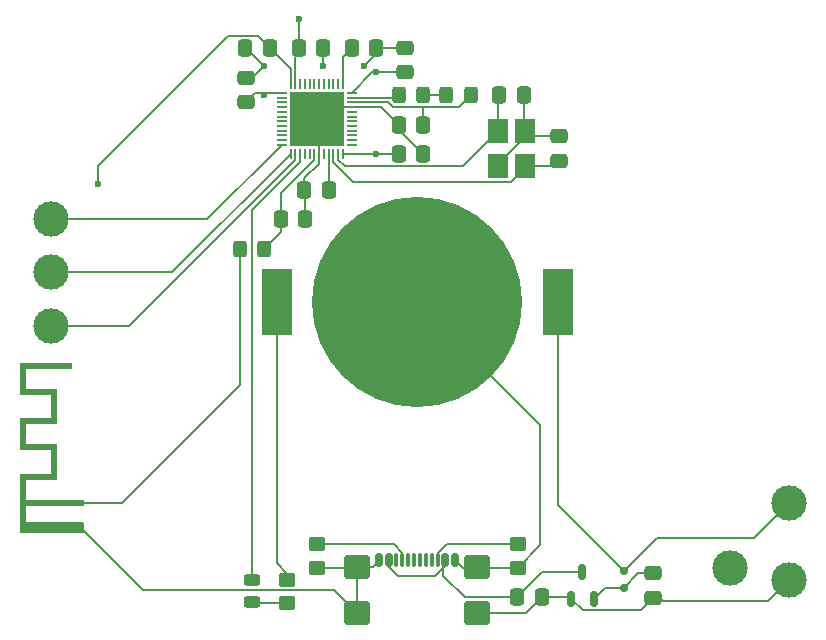
<source format=gbr>
%TF.GenerationSoftware,KiCad,Pcbnew,8.0.3-8.0.3-0~ubuntu24.04.1*%
%TF.CreationDate,2024-06-13T21:29:57+05:00*%
%TF.ProjectId,solartap_mcu,736f6c61-7274-4617-905f-6d63752e6b69,rev?*%
%TF.SameCoordinates,Original*%
%TF.FileFunction,Copper,L1,Top*%
%TF.FilePolarity,Positive*%
%FSLAX46Y46*%
G04 Gerber Fmt 4.6, Leading zero omitted, Abs format (unit mm)*
G04 Created by KiCad (PCBNEW 8.0.3-8.0.3-0~ubuntu24.04.1) date 2024-06-13 21:29:57*
%MOMM*%
%LPD*%
G01*
G04 APERTURE LIST*
G04 Aperture macros list*
%AMRoundRect*
0 Rectangle with rounded corners*
0 $1 Rounding radius*
0 $2 $3 $4 $5 $6 $7 $8 $9 X,Y pos of 4 corners*
0 Add a 4 corners polygon primitive as box body*
4,1,4,$2,$3,$4,$5,$6,$7,$8,$9,$2,$3,0*
0 Add four circle primitives for the rounded corners*
1,1,$1+$1,$2,$3*
1,1,$1+$1,$4,$5*
1,1,$1+$1,$6,$7*
1,1,$1+$1,$8,$9*
0 Add four rect primitives between the rounded corners*
20,1,$1+$1,$2,$3,$4,$5,0*
20,1,$1+$1,$4,$5,$6,$7,0*
20,1,$1+$1,$6,$7,$8,$9,0*
20,1,$1+$1,$8,$9,$2,$3,0*%
G04 Aperture macros list end*
%TA.AperFunction,EtchedComponent*%
%ADD10C,0.000000*%
%TD*%
%TA.AperFunction,SMDPad,CuDef*%
%ADD11C,3.000000*%
%TD*%
%TA.AperFunction,SMDPad,CuDef*%
%ADD12RoundRect,0.150000X0.200000X-0.150000X0.200000X0.150000X-0.200000X0.150000X-0.200000X-0.150000X0*%
%TD*%
%TA.AperFunction,SMDPad,CuDef*%
%ADD13R,1.800000X2.100000*%
%TD*%
%TA.AperFunction,SMDPad,CuDef*%
%ADD14RoundRect,0.250000X0.475000X-0.337500X0.475000X0.337500X-0.475000X0.337500X-0.475000X-0.337500X0*%
%TD*%
%TA.AperFunction,SMDPad,CuDef*%
%ADD15RoundRect,0.250000X0.337500X0.475000X-0.337500X0.475000X-0.337500X-0.475000X0.337500X-0.475000X0*%
%TD*%
%TA.AperFunction,SMDPad,CuDef*%
%ADD16RoundRect,0.250000X0.325000X0.450000X-0.325000X0.450000X-0.325000X-0.450000X0.325000X-0.450000X0*%
%TD*%
%TA.AperFunction,SMDPad,CuDef*%
%ADD17RoundRect,0.250000X-0.337500X-0.475000X0.337500X-0.475000X0.337500X0.475000X-0.337500X0.475000X0*%
%TD*%
%TA.AperFunction,SMDPad,CuDef*%
%ADD18RoundRect,0.250000X-0.475000X0.337500X-0.475000X-0.337500X0.475000X-0.337500X0.475000X0.337500X0*%
%TD*%
%TA.AperFunction,SMDPad,CuDef*%
%ADD19R,2.600000X5.560000*%
%TD*%
%TA.AperFunction,SMDPad,CuDef*%
%ADD20C,17.800000*%
%TD*%
%TA.AperFunction,SMDPad,CuDef*%
%ADD21RoundRect,0.250000X0.450000X-0.350000X0.450000X0.350000X-0.450000X0.350000X-0.450000X-0.350000X0*%
%TD*%
%TA.AperFunction,SMDPad,CuDef*%
%ADD22RoundRect,0.250000X-0.840000X-0.750000X0.840000X-0.750000X0.840000X0.750000X-0.840000X0.750000X0*%
%TD*%
%TA.AperFunction,SMDPad,CuDef*%
%ADD23RoundRect,0.150000X-0.150000X-0.425000X0.150000X-0.425000X0.150000X0.425000X-0.150000X0.425000X0*%
%TD*%
%TA.AperFunction,SMDPad,CuDef*%
%ADD24RoundRect,0.075000X-0.075000X-0.500000X0.075000X-0.500000X0.075000X0.500000X-0.075000X0.500000X0*%
%TD*%
%TA.AperFunction,SMDPad,CuDef*%
%ADD25RoundRect,0.243750X-0.456250X0.243750X-0.456250X-0.243750X0.456250X-0.243750X0.456250X0.243750X0*%
%TD*%
%TA.AperFunction,ComponentPad*%
%ADD26R,0.500000X0.900000*%
%TD*%
%TA.AperFunction,ConnectorPad*%
%ADD27R,0.500000X0.500000*%
%TD*%
%TA.AperFunction,SMDPad,CuDef*%
%ADD28RoundRect,0.050000X-0.050000X0.350000X-0.050000X-0.350000X0.050000X-0.350000X0.050000X0.350000X0*%
%TD*%
%TA.AperFunction,SMDPad,CuDef*%
%ADD29RoundRect,0.050000X-0.350000X0.050000X-0.350000X-0.050000X0.350000X-0.050000X0.350000X0.050000X0*%
%TD*%
%TA.AperFunction,HeatsinkPad*%
%ADD30R,4.600000X4.600000*%
%TD*%
%TA.AperFunction,SMDPad,CuDef*%
%ADD31RoundRect,0.250000X-0.325000X-0.450000X0.325000X-0.450000X0.325000X0.450000X-0.325000X0.450000X0*%
%TD*%
%TA.AperFunction,SMDPad,CuDef*%
%ADD32RoundRect,0.150000X0.150000X-0.512500X0.150000X0.512500X-0.150000X0.512500X-0.150000X-0.512500X0*%
%TD*%
%TA.AperFunction,SMDPad,CuDef*%
%ADD33RoundRect,0.250000X-0.450000X0.350000X-0.450000X-0.350000X0.450000X-0.350000X0.450000X0.350000X0*%
%TD*%
%TA.AperFunction,ViaPad*%
%ADD34C,0.600000*%
%TD*%
%TA.AperFunction,Conductor*%
%ADD35C,0.200000*%
%TD*%
G04 APERTURE END LIST*
D10*
%TA.AperFunction,EtchedComponent*%
%TO.C,AE1*%
G36*
X65790000Y-88150000D02*
G01*
X61850000Y-88150000D01*
X61850000Y-89850000D01*
X64490000Y-89850000D01*
X64490000Y-92850000D01*
X61850000Y-92850000D01*
X61850000Y-94550000D01*
X64490000Y-94550000D01*
X64490000Y-97550000D01*
X61850000Y-97550000D01*
X61850000Y-99250000D01*
X66750000Y-99250000D01*
X66750000Y-99750000D01*
X61850000Y-99750000D01*
X61850000Y-101150000D01*
X66750000Y-101150000D01*
X66750000Y-102050000D01*
X66506785Y-102050000D01*
X61350000Y-102050000D01*
X61350000Y-101607267D01*
X66352018Y-101607267D01*
X66359908Y-101655353D01*
X66376814Y-101688245D01*
X66413584Y-101723185D01*
X66458378Y-101742847D01*
X66506785Y-101747583D01*
X66554395Y-101737742D01*
X66596797Y-101713674D01*
X66629581Y-101675731D01*
X66633935Y-101667819D01*
X66646043Y-101625156D01*
X66645300Y-101576637D01*
X66632400Y-101531122D01*
X66621787Y-101512511D01*
X66586553Y-101478868D01*
X66541368Y-101458309D01*
X66491842Y-101451778D01*
X66443583Y-101460218D01*
X66411357Y-101477112D01*
X66378687Y-101512372D01*
X66358592Y-101557682D01*
X66352018Y-101607267D01*
X61350000Y-101607267D01*
X61350000Y-97050000D01*
X63990000Y-97050000D01*
X63990000Y-95050000D01*
X61350000Y-95050000D01*
X61350000Y-92350000D01*
X63990000Y-92350000D01*
X63990000Y-90350000D01*
X61350000Y-90350000D01*
X61350000Y-87650000D01*
X65790000Y-87650000D01*
X65790000Y-88150000D01*
G37*
%TD.AperFunction*%
%TD*%
D11*
%TO.P,TP6,1,1*%
%TO.N,GND*%
X126500000Y-106000000D03*
%TD*%
%TO.P,TP5,1,1*%
%TO.N,+3.3V*%
X126500000Y-99500000D03*
%TD*%
%TO.P,TP4,1,1*%
%TO.N,Net-(U2-IN)*%
X121500000Y-105000000D03*
%TD*%
D12*
%TO.P,D2,2,A*%
%TO.N,Net-(D2-A)*%
X112500000Y-106700000D03*
%TO.P,D2,1,K*%
%TO.N,+3.3V*%
X112500000Y-105300000D03*
%TD*%
D13*
%TO.P,Y1,1,1*%
%TO.N,Net-(U1-XC1)*%
X104150000Y-70950000D03*
%TO.P,Y1,2,2*%
%TO.N,GND*%
X104150000Y-68050000D03*
%TO.P,Y1,3,3*%
%TO.N,Net-(U1-XC2)*%
X101850000Y-68050000D03*
%TO.P,Y1,4,4*%
%TO.N,GND*%
X101850000Y-70950000D03*
%TD*%
D11*
%TO.P,TP1,1,1*%
%TO.N,Net-(U1-P0.21{slash}~{RESET})*%
X64000000Y-75500000D03*
%TD*%
D14*
%TO.P,C5,1*%
%TO.N,+3.3V*%
X94000000Y-63037500D03*
%TO.P,C5,2*%
%TO.N,GND*%
X94000000Y-60962500D03*
%TD*%
%TO.P,C4,1*%
%TO.N,+3.3V*%
X80500000Y-65567500D03*
%TO.P,C4,2*%
%TO.N,GND*%
X80500000Y-63492500D03*
%TD*%
D15*
%TO.P,C9,2*%
%TO.N,Net-(U1-ANT)*%
X83462500Y-75500000D03*
%TO.P,C9,1*%
%TO.N,GND*%
X85537500Y-75500000D03*
%TD*%
%TO.P,C3,1*%
%TO.N,Net-(U1-DEC4)*%
X95537500Y-67500000D03*
%TO.P,C3,2*%
%TO.N,GND*%
X93462500Y-67500000D03*
%TD*%
D14*
%TO.P,C7,1*%
%TO.N,Net-(U1-XC1)*%
X107000000Y-70537500D03*
%TO.P,C7,2*%
%TO.N,GND*%
X107000000Y-68462500D03*
%TD*%
D16*
%TO.P,L1,1*%
%TO.N,Net-(L1-Pad1)*%
X95525000Y-65000000D03*
%TO.P,L1,2*%
%TO.N,Net-(U1-DCC)*%
X93475000Y-65000000D03*
%TD*%
D11*
%TO.P,TP2,1,1*%
%TO.N,Net-(U1-SWDCLK)*%
X64000000Y-80000000D03*
%TD*%
D17*
%TO.P,C12,2*%
%TO.N,GND*%
X105537500Y-107500000D03*
%TO.P,C12,1*%
%TO.N,Net-(U2-IN)*%
X103462500Y-107500000D03*
%TD*%
D11*
%TO.P,TP3,1,1*%
%TO.N,Net-(U1-SWDIO)*%
X64000000Y-84500000D03*
%TD*%
D18*
%TO.P,C13,2*%
%TO.N,GND*%
X115000000Y-107537500D03*
%TO.P,C13,1*%
%TO.N,Net-(D2-A)*%
X115000000Y-105462500D03*
%TD*%
D19*
%TO.P,BT1,1,+*%
%TO.N,+3.3V*%
X83095000Y-82500000D03*
X106905000Y-82500000D03*
D20*
%TO.P,BT1,2,-*%
%TO.N,GND*%
X95000000Y-82500000D03*
%TD*%
D16*
%TO.P,L2,1*%
%TO.N,Net-(U1-DEC4)*%
X99525000Y-65000000D03*
%TO.P,L2,2*%
%TO.N,Net-(L1-Pad1)*%
X97475000Y-65000000D03*
%TD*%
D21*
%TO.P,R1,1*%
%TO.N,Net-(D1-A)*%
X84000000Y-108000000D03*
%TO.P,R1,2*%
%TO.N,+3.3V*%
X84000000Y-106000000D03*
%TD*%
D17*
%TO.P,C10,1*%
%TO.N,GND*%
X80462500Y-61030000D03*
%TO.P,C10,2*%
%TO.N,Net-(U1-NFC1{slash}P0.09)*%
X82537500Y-61030000D03*
%TD*%
%TO.P,C11,1*%
%TO.N,Net-(U1-NFC1{slash}P0.09)*%
X84962500Y-61030000D03*
%TO.P,C11,2*%
%TO.N,GND*%
X87037500Y-61030000D03*
%TD*%
D22*
%TO.P,J1,S1,SHIELD*%
%TO.N,GND*%
X100110000Y-108825000D03*
X100110000Y-104895000D03*
X89890000Y-108825000D03*
X89890000Y-104895000D03*
D23*
%TO.P,J1,B12,GND*%
X91800000Y-104320000D03*
%TO.P,J1,B9,VBUS*%
%TO.N,Net-(U2-IN)*%
X92600000Y-104320000D03*
D24*
%TO.P,J1,B8,SBU2*%
%TO.N,unconnected-(J1-SBU2-PadB8)*%
X93250000Y-104320000D03*
%TO.P,J1,B7,D-*%
%TO.N,unconnected-(J1-D--PadB7)*%
X94250000Y-104320000D03*
%TO.P,J1,B6,D+*%
%TO.N,unconnected-(J1-D+-PadB6)*%
X95750000Y-104320000D03*
%TO.P,J1,B5,CC2*%
%TO.N,Net-(J1-CC2)*%
X96750000Y-104320000D03*
D23*
%TO.P,J1,B4,VBUS*%
%TO.N,Net-(U2-IN)*%
X97400000Y-104320000D03*
%TO.P,J1,B1,GND*%
%TO.N,GND*%
X98200000Y-104320000D03*
%TO.P,J1,A12,GND*%
X98200000Y-104320000D03*
%TO.P,J1,A9,VBUS*%
%TO.N,Net-(U2-IN)*%
X97400000Y-104320000D03*
D24*
%TO.P,J1,A8,SBU1*%
%TO.N,unconnected-(J1-SBU1-PadA8)*%
X96250000Y-104320000D03*
%TO.P,J1,A7,D-*%
%TO.N,unconnected-(J1-D--PadA7)*%
X95250000Y-104320000D03*
%TO.P,J1,A6,D+*%
%TO.N,unconnected-(J1-D+-PadA6)*%
X94750000Y-104320000D03*
%TO.P,J1,A5,CC1*%
%TO.N,Net-(J1-CC1)*%
X93750000Y-104320000D03*
D23*
%TO.P,J1,A4,VBUS*%
%TO.N,Net-(U2-IN)*%
X92600000Y-104320000D03*
%TO.P,J1,A1,GND*%
%TO.N,GND*%
X91800000Y-104320000D03*
%TD*%
D25*
%TO.P,D1,1,K*%
%TO.N,Net-(D1-K)*%
X81000000Y-106062500D03*
%TO.P,D1,2,A*%
%TO.N,Net-(D1-A)*%
X81000000Y-107937500D03*
%TD*%
D26*
%TO.P,AE1,2*%
%TO.N,N/C*%
X66500000Y-101600000D03*
D27*
%TO.P,AE1,1,A*%
%TO.N,Net-(AE1-A)*%
X66500000Y-99500000D03*
%TD*%
D28*
%TO.P,U1,1,DEC1*%
%TO.N,Net-(U1-DEC1)*%
X88700000Y-64050000D03*
%TO.P,U1,2,P0.00/XL1*%
%TO.N,unconnected-(U1-P0.00{slash}XL1-Pad2)*%
X88300000Y-64050000D03*
%TO.P,U1,3,P0.01/XL2*%
%TO.N,unconnected-(U1-P0.01{slash}XL2-Pad3)*%
X87900000Y-64050000D03*
%TO.P,U1,4,P0.02/AIN0*%
%TO.N,unconnected-(U1-P0.02{slash}AIN0-Pad4)*%
X87500000Y-64050000D03*
%TO.P,U1,5,P0.03/AIN1*%
%TO.N,unconnected-(U1-P0.03{slash}AIN1-Pad5)*%
X87100000Y-64050000D03*
%TO.P,U1,6,P0.04/AIN2*%
%TO.N,unconnected-(U1-P0.04{slash}AIN2-Pad6)*%
X86700000Y-64050000D03*
%TO.P,U1,7,P0.05/AIN3*%
%TO.N,unconnected-(U1-P0.05{slash}AIN3-Pad7)*%
X86300000Y-64050000D03*
%TO.P,U1,8,P0.06*%
%TO.N,unconnected-(U1-P0.06-Pad8)*%
X85900000Y-64050000D03*
%TO.P,U1,9,P0.07*%
%TO.N,unconnected-(U1-P0.07-Pad9)*%
X85500000Y-64050000D03*
%TO.P,U1,10,P0.08*%
%TO.N,unconnected-(U1-P0.08-Pad10)*%
X85100000Y-64050000D03*
%TO.P,U1,11,NFC1/P0.09*%
%TO.N,Net-(U1-NFC1{slash}P0.09)*%
X84700000Y-64050000D03*
%TO.P,U1,12,NFC2/P0.10*%
X84300000Y-64050000D03*
D29*
%TO.P,U1,13,VDD*%
%TO.N,+3.3V*%
X83550000Y-64800000D03*
%TO.P,U1,14,P0.11*%
%TO.N,unconnected-(U1-P0.11-Pad14)*%
X83550000Y-65200000D03*
%TO.P,U1,15,P0.12*%
%TO.N,unconnected-(U1-P0.12-Pad15)*%
X83550000Y-65600000D03*
%TO.P,U1,16,P0.13*%
%TO.N,unconnected-(U1-P0.13-Pad16)*%
X83550000Y-66000000D03*
%TO.P,U1,17,P0.14*%
%TO.N,unconnected-(U1-P0.14-Pad17)*%
X83550000Y-66400000D03*
%TO.P,U1,18,P0.15*%
%TO.N,unconnected-(U1-P0.15-Pad18)*%
X83550000Y-66800000D03*
%TO.P,U1,19,P0.16*%
%TO.N,unconnected-(U1-P0.16-Pad19)*%
X83550000Y-67200000D03*
%TO.P,U1,20,P0.17*%
%TO.N,unconnected-(U1-P0.17-Pad20)*%
X83550000Y-67600000D03*
%TO.P,U1,21,P0.18/SWO*%
%TO.N,unconnected-(U1-P0.18{slash}SWO-Pad21)*%
X83550000Y-68000000D03*
%TO.P,U1,22,P0.19*%
%TO.N,unconnected-(U1-P0.19-Pad22)*%
X83550000Y-68400000D03*
%TO.P,U1,23,P0.20*%
%TO.N,unconnected-(U1-P0.20-Pad23)*%
X83550000Y-68800000D03*
%TO.P,U1,24,P0.21/~{RESET}*%
%TO.N,Net-(U1-P0.21{slash}~{RESET})*%
X83550000Y-69200000D03*
D28*
%TO.P,U1,25,SWDCLK*%
%TO.N,Net-(U1-SWDCLK)*%
X84300000Y-69950000D03*
%TO.P,U1,26,SWDIO*%
%TO.N,Net-(U1-SWDIO)*%
X84700000Y-69950000D03*
%TO.P,U1,27,P0.22*%
%TO.N,Net-(D1-K)*%
X85100000Y-69950000D03*
%TO.P,U1,28,P0.23*%
%TO.N,unconnected-(U1-P0.23-Pad28)*%
X85500000Y-69950000D03*
%TO.P,U1,29,P0.24*%
%TO.N,unconnected-(U1-P0.24-Pad29)*%
X85900000Y-69950000D03*
%TO.P,U1,30,ANT*%
%TO.N,Net-(U1-ANT)*%
X86300000Y-69950000D03*
%TO.P,U1,31,VSS*%
%TO.N,GND*%
X86700000Y-69950000D03*
%TO.P,U1,32,DEC2*%
%TO.N,unconnected-(U1-DEC2-Pad32)*%
X87100000Y-69950000D03*
%TO.P,U1,33,DEC3*%
%TO.N,Net-(U1-DEC3)*%
X87500000Y-69950000D03*
%TO.P,U1,34,XC1*%
%TO.N,Net-(U1-XC1)*%
X87900000Y-69950000D03*
%TO.P,U1,35,XC2*%
%TO.N,Net-(U1-XC2)*%
X88300000Y-69950000D03*
%TO.P,U1,36,VDD*%
%TO.N,+3.3V*%
X88700000Y-69950000D03*
D29*
%TO.P,U1,37,P0.25*%
%TO.N,unconnected-(U1-P0.25-Pad37)*%
X89450000Y-69200000D03*
%TO.P,U1,38,P0.26*%
%TO.N,unconnected-(U1-P0.26-Pad38)*%
X89450000Y-68800000D03*
%TO.P,U1,39,P0.27*%
%TO.N,unconnected-(U1-P0.27-Pad39)*%
X89450000Y-68400000D03*
%TO.P,U1,40,P0.28/AIN4*%
%TO.N,unconnected-(U1-P0.28{slash}AIN4-Pad40)*%
X89450000Y-68000000D03*
%TO.P,U1,41,P0.29/AIN5*%
%TO.N,unconnected-(U1-P0.29{slash}AIN5-Pad41)*%
X89450000Y-67600000D03*
%TO.P,U1,42,P0.30/AIN6*%
%TO.N,unconnected-(U1-P0.30{slash}AIN6-Pad42)*%
X89450000Y-67200000D03*
%TO.P,U1,43,P0.31/AIN7*%
%TO.N,unconnected-(U1-P0.31{slash}AIN7-Pad43)*%
X89450000Y-66800000D03*
%TO.P,U1,44,NC*%
%TO.N,unconnected-(U1-NC-Pad44)*%
X89450000Y-66400000D03*
%TO.P,U1,45,VSS*%
%TO.N,GND*%
X89450000Y-66000000D03*
%TO.P,U1,46,DEC4*%
%TO.N,Net-(U1-DEC4)*%
X89450000Y-65600000D03*
%TO.P,U1,47,DCC*%
%TO.N,Net-(U1-DCC)*%
X89450000Y-65200000D03*
%TO.P,U1,48,VDD*%
%TO.N,+3.3V*%
X89450000Y-64800000D03*
D30*
%TO.P,U1,49,VSS*%
%TO.N,GND*%
X86500000Y-67000000D03*
%TD*%
D31*
%TO.P,L3,2*%
%TO.N,Net-(U1-ANT)*%
X82025000Y-78000000D03*
%TO.P,L3,1*%
%TO.N,Net-(AE1-A)*%
X79975000Y-78000000D03*
%TD*%
D17*
%TO.P,C8,1*%
%TO.N,Net-(U1-XC2)*%
X101962500Y-65000000D03*
%TO.P,C8,2*%
%TO.N,GND*%
X104037500Y-65000000D03*
%TD*%
%TO.P,C6,1*%
%TO.N,+3.3V*%
X93462500Y-70000000D03*
%TO.P,C6,2*%
%TO.N,GND*%
X95537500Y-70000000D03*
%TD*%
D15*
%TO.P,C2,1*%
%TO.N,Net-(U1-DEC3)*%
X87537500Y-73000000D03*
%TO.P,C2,2*%
%TO.N,GND*%
X85462500Y-73000000D03*
%TD*%
D21*
%TO.P,R2,2*%
%TO.N,Net-(J1-CC1)*%
X86500000Y-103000000D03*
%TO.P,R2,1*%
%TO.N,GND*%
X86500000Y-105000000D03*
%TD*%
D32*
%TO.P,U2,3,IN*%
%TO.N,Net-(U2-IN)*%
X109000000Y-105362500D03*
%TO.P,U2,2,OUT*%
%TO.N,Net-(D2-A)*%
X109950000Y-107637500D03*
%TO.P,U2,1,GND*%
%TO.N,GND*%
X108050000Y-107637500D03*
%TD*%
D33*
%TO.P,R3,2*%
%TO.N,GND*%
X103500000Y-105000000D03*
%TO.P,R3,1*%
%TO.N,Net-(J1-CC2)*%
X103500000Y-103000000D03*
%TD*%
D17*
%TO.P,C1,1*%
%TO.N,Net-(U1-DEC1)*%
X89462500Y-61000000D03*
%TO.P,C1,2*%
%TO.N,GND*%
X91537500Y-61000000D03*
%TD*%
D34*
%TO.N,Net-(U2-IN)*%
X121500000Y-105000000D03*
X109000000Y-105362500D03*
%TO.N,+3.3V*%
X83000000Y-80500000D03*
%TO.N,GND*%
X101500000Y-71500000D03*
X92000000Y-75000000D03*
X88000000Y-68500000D03*
%TO.N,+3.3V*%
X107000000Y-80500000D03*
X82000000Y-65000000D03*
X91500000Y-70000000D03*
X91500000Y-63000000D03*
%TO.N,GND*%
X100000000Y-109000000D03*
X100000000Y-105000000D03*
X90500000Y-62500000D03*
X88000000Y-65500000D03*
X85000000Y-65500000D03*
X82000000Y-62500000D03*
X87000000Y-62500000D03*
%TO.N,Net-(U1-NFC1{slash}P0.09)*%
X68000000Y-72500000D03*
X85000000Y-58500000D03*
%TD*%
D35*
%TO.N,Net-(U2-IN)*%
X109000000Y-105362500D02*
X105600000Y-105362500D01*
X105600000Y-105362500D02*
X103462500Y-107500000D01*
%TO.N,+3.3V*%
X126500000Y-99500000D02*
X123500000Y-102500000D01*
X123500000Y-102500000D02*
X115300000Y-102500000D01*
X115300000Y-102500000D02*
X112500000Y-105300000D01*
%TO.N,GND*%
X115000000Y-107537500D02*
X115537500Y-107537500D01*
X115800000Y-107800000D02*
X124700000Y-107800000D01*
X115537500Y-107537500D02*
X115800000Y-107800000D01*
X124700000Y-107800000D02*
X126500000Y-106000000D01*
X98200000Y-104320000D02*
X98880000Y-105000000D01*
X98880000Y-105000000D02*
X100000000Y-105000000D01*
X66500000Y-101600000D02*
X71800000Y-106900000D01*
X71800000Y-106900000D02*
X87965000Y-106900000D01*
X87965000Y-106900000D02*
X89890000Y-108825000D01*
%TO.N,Net-(AE1-A)*%
X66500000Y-99500000D02*
X70000000Y-99500000D01*
X70000000Y-99500000D02*
X79975000Y-89525000D01*
X79975000Y-89525000D02*
X79975000Y-78000000D01*
%TO.N,GND*%
X85537500Y-75500000D02*
X85537500Y-73075000D01*
X85537500Y-73075000D02*
X85462500Y-73000000D01*
%TO.N,Net-(U1-ANT)*%
X83462500Y-75500000D02*
X83462500Y-76562500D01*
X83462500Y-76562500D02*
X82025000Y-78000000D01*
X86300000Y-69950000D02*
X86300000Y-70446360D01*
X86300000Y-70446360D02*
X83462500Y-73283860D01*
X83462500Y-73283860D02*
X83462500Y-75500000D01*
%TO.N,GND*%
X86700000Y-69950000D02*
X86700000Y-70800000D01*
X86700000Y-70800000D02*
X85462500Y-72037500D01*
X85462500Y-72037500D02*
X85462500Y-73000000D01*
%TO.N,Net-(D1-K)*%
X85100000Y-69950000D02*
X85100000Y-70612046D01*
X85100000Y-70612046D02*
X81000000Y-74712046D01*
X81000000Y-74712046D02*
X81000000Y-106062500D01*
%TO.N,GND*%
X80500000Y-63492500D02*
X81007500Y-63492500D01*
X81007500Y-63492500D02*
X82000000Y-62500000D01*
X82000000Y-62500000D02*
X80530000Y-61030000D01*
X80530000Y-61030000D02*
X80462500Y-61030000D01*
X87000000Y-62500000D02*
X87037500Y-62462500D01*
X87037500Y-62462500D02*
X87037500Y-61030000D01*
X95000000Y-82500000D02*
X105434314Y-92934314D01*
X105434314Y-92934314D02*
X105434314Y-103065686D01*
X105434314Y-103065686D02*
X103500000Y-105000000D01*
%TO.N,+3.3V*%
X84000000Y-106000000D02*
X84000000Y-105500000D01*
X84000000Y-105500000D02*
X83095000Y-104595000D01*
X83095000Y-104595000D02*
X83095000Y-82500000D01*
X81800000Y-64800000D02*
X81267500Y-64800000D01*
X82000000Y-65000000D02*
X81800000Y-64800000D01*
X82200000Y-64800000D02*
X82000000Y-65000000D01*
X91550000Y-69950000D02*
X93412500Y-69950000D01*
X91500000Y-70000000D02*
X91550000Y-69950000D01*
X91450000Y-69950000D02*
X91500000Y-70000000D01*
X91537500Y-63037500D02*
X94000000Y-63037500D01*
X91500000Y-63000000D02*
X91537500Y-63037500D01*
X91462500Y-63037500D02*
X91500000Y-63000000D01*
X106905000Y-82500000D02*
X106905000Y-99705000D01*
X106905000Y-99705000D02*
X112500000Y-105300000D01*
%TO.N,Net-(D1-A)*%
X81000000Y-107937500D02*
X81437500Y-107937500D01*
X81500000Y-108000000D02*
X84000000Y-108000000D01*
X81437500Y-107937500D02*
X81500000Y-108000000D01*
X80937500Y-108000000D02*
X81000000Y-107937500D01*
%TO.N,Net-(U1-SWDIO)*%
X84700000Y-69950000D02*
X84700000Y-70446360D01*
X84700000Y-70446360D02*
X70646360Y-84500000D01*
X70646360Y-84500000D02*
X64000000Y-84500000D01*
%TO.N,Net-(U1-SWDCLK)*%
X84300000Y-69950000D02*
X74250000Y-80000000D01*
X74250000Y-80000000D02*
X64000000Y-80000000D01*
%TO.N,Net-(U1-P0.21{slash}~{RESET})*%
X83550000Y-69200000D02*
X77250000Y-75500000D01*
X77250000Y-75500000D02*
X64000000Y-75500000D01*
%TO.N,GND*%
X100000000Y-109000000D02*
X100110000Y-108825000D01*
X100000000Y-105000000D02*
X100110000Y-104895000D01*
%TO.N,Net-(J1-CC2)*%
X103500000Y-103000000D02*
X97495001Y-103000000D01*
X97495001Y-103000000D02*
X96750000Y-103745001D01*
X96750000Y-103745001D02*
X96750000Y-104320000D01*
%TO.N,Net-(J1-CC1)*%
X86500000Y-103000000D02*
X93037410Y-103000000D01*
X93037410Y-103000000D02*
X93750000Y-103712590D01*
X93750000Y-103712590D02*
X93750000Y-104320000D01*
%TO.N,GND*%
X86500000Y-105000000D02*
X89785000Y-105000000D01*
X89785000Y-105000000D02*
X89890000Y-104895000D01*
X89890000Y-104895000D02*
X91225000Y-104895000D01*
X91225000Y-104895000D02*
X91800000Y-104320000D01*
X89890000Y-108825000D02*
X89890000Y-104895000D01*
X108050000Y-107637500D02*
X109012500Y-108600000D01*
X109012500Y-108600000D02*
X113937500Y-108600000D01*
X113937500Y-108600000D02*
X115000000Y-107537500D01*
%TO.N,Net-(D2-A)*%
X115000000Y-105462500D02*
X113737500Y-105462500D01*
X113737500Y-105462500D02*
X112500000Y-106700000D01*
X109950000Y-107637500D02*
X110887500Y-106700000D01*
X110887500Y-106700000D02*
X112500000Y-106700000D01*
%TO.N,GND*%
X105537500Y-107500000D02*
X107912500Y-107500000D01*
X107912500Y-107500000D02*
X108050000Y-107637500D01*
X100110000Y-108825000D02*
X104212500Y-108825000D01*
X104212500Y-108825000D02*
X105537500Y-107500000D01*
X99535000Y-104320000D02*
X100000000Y-105000000D01*
X103500000Y-105000000D02*
X100215000Y-105000000D01*
X100215000Y-105000000D02*
X100110000Y-104895000D01*
%TO.N,Net-(U2-IN)*%
X92600000Y-104320000D02*
X92600000Y-104894999D01*
X92600000Y-104894999D02*
X93379595Y-105674594D01*
X93379595Y-105674594D02*
X96540406Y-105674594D01*
X96540406Y-105674594D02*
X97400000Y-104815000D01*
X97400000Y-104815000D02*
X97400000Y-104320000D01*
X103462500Y-107500000D02*
X99040406Y-107500000D01*
X99040406Y-107500000D02*
X97215000Y-105674594D01*
X97215000Y-105674594D02*
X97215000Y-104505000D01*
X97215000Y-104505000D02*
X97400000Y-104320000D01*
%TO.N,Net-(U1-XC1)*%
X87900000Y-69950000D02*
X87900000Y-70612046D01*
X87900000Y-70612046D02*
X89587954Y-72300000D01*
X102950000Y-72300000D02*
X104150000Y-71100000D01*
X89587954Y-72300000D02*
X102950000Y-72300000D01*
X104150000Y-71100000D02*
X104150000Y-70950000D01*
%TO.N,Net-(U1-XC2)*%
X88300000Y-69950000D02*
X88300000Y-70446360D01*
X88300000Y-70446360D02*
X88878640Y-71025000D01*
X88878640Y-71025000D02*
X98875000Y-71025000D01*
X98875000Y-71025000D02*
X101850000Y-68050000D01*
%TO.N,GND*%
X101850000Y-70950000D02*
X101850000Y-70800000D01*
X101850000Y-70800000D02*
X104150000Y-68500000D01*
X104150000Y-68500000D02*
X104150000Y-68050000D01*
X104037500Y-65000000D02*
X104037500Y-67937500D01*
X104037500Y-67937500D02*
X104150000Y-68050000D01*
X107000000Y-68462500D02*
X104562500Y-68462500D01*
X104562500Y-68462500D02*
X104150000Y-68050000D01*
%TO.N,Net-(U1-XC1)*%
X104150000Y-70950000D02*
X106587500Y-70950000D01*
X106587500Y-70950000D02*
X107000000Y-70537500D01*
%TO.N,Net-(U1-XC2)*%
X101850000Y-68050000D02*
X101850000Y-65112500D01*
X101850000Y-65112500D02*
X101962500Y-65000000D01*
%TO.N,Net-(U1-XC1)*%
X104150000Y-70950000D02*
X104150000Y-71350000D01*
%TO.N,Net-(U1-DEC3)*%
X87500000Y-69950000D02*
X87500000Y-72962500D01*
X87500000Y-72962500D02*
X87537500Y-73000000D01*
%TO.N,GND*%
X86700000Y-69950000D02*
X86700000Y-67200000D01*
X86700000Y-67200000D02*
X86500000Y-67000000D01*
X89450000Y-66000000D02*
X87500000Y-66000000D01*
X87500000Y-66000000D02*
X86500000Y-67000000D01*
X95537500Y-70000000D02*
X93462500Y-67925000D01*
X93462500Y-67925000D02*
X93462500Y-67500000D01*
%TO.N,+3.3V*%
X88700000Y-69950000D02*
X91450000Y-69950000D01*
X93412500Y-69950000D02*
X93462500Y-70000000D01*
%TO.N,Net-(U1-DEC4)*%
X93500000Y-66000000D02*
X95500000Y-66000000D01*
X95537500Y-66037500D02*
X95500000Y-66000000D01*
X95500000Y-66000000D02*
X98525000Y-66000000D01*
X95537500Y-67500000D02*
X95537500Y-66037500D01*
%TO.N,GND*%
X89450000Y-66000000D02*
X91962500Y-66000000D01*
X91962500Y-66000000D02*
X93462500Y-67500000D01*
%TO.N,Net-(U1-DEC4)*%
X92915256Y-66000000D02*
X93500000Y-66000000D01*
X89450000Y-65600000D02*
X92515256Y-65600000D01*
X92515256Y-65600000D02*
X92915256Y-66000000D01*
X98525000Y-66000000D02*
X99525000Y-65000000D01*
%TO.N,Net-(L1-Pad1)*%
X95525000Y-65000000D02*
X97475000Y-65000000D01*
%TO.N,Net-(U1-DCC)*%
X89450000Y-65200000D02*
X93275000Y-65200000D01*
X93275000Y-65200000D02*
X93475000Y-65000000D01*
%TO.N,GND*%
X91537500Y-61000000D02*
X91537500Y-61462500D01*
X91537500Y-61462500D02*
X90500000Y-62500000D01*
%TO.N,+3.3V*%
X89450000Y-64800000D02*
X91212500Y-63037500D01*
X91212500Y-63037500D02*
X91462500Y-63037500D01*
%TO.N,Net-(U1-DEC1)*%
X88700000Y-64050000D02*
X88700000Y-61762500D01*
X88700000Y-61762500D02*
X89462500Y-61000000D01*
%TO.N,+3.3V*%
X83550000Y-64800000D02*
X82200000Y-64800000D01*
X81267500Y-64800000D02*
X80500000Y-65567500D01*
%TO.N,Net-(U1-NFC1{slash}P0.09)*%
X68000000Y-72500000D02*
X68000000Y-71000000D01*
X81512500Y-60005000D02*
X82537500Y-61030000D01*
X68000000Y-71000000D02*
X78995000Y-60005000D01*
X78995000Y-60005000D02*
X81512500Y-60005000D01*
X84300000Y-64050000D02*
X84300000Y-62792500D01*
X84300000Y-62792500D02*
X82537500Y-61030000D01*
X84962500Y-61030000D02*
X84962500Y-61462500D01*
X84962500Y-61462500D02*
X84700000Y-61725000D01*
X84700000Y-61725000D02*
X84700000Y-64050000D01*
X85000000Y-59000000D02*
X84962500Y-59037500D01*
X84962500Y-59037500D02*
X84962500Y-61030000D01*
X85000000Y-58500000D02*
X85000000Y-59000000D01*
%TO.N,GND*%
X91500000Y-61000000D02*
X93962500Y-61000000D01*
X93962500Y-61000000D02*
X94000000Y-60962500D01*
X91537500Y-61000000D02*
X91500000Y-61000000D01*
%TD*%
M02*

</source>
